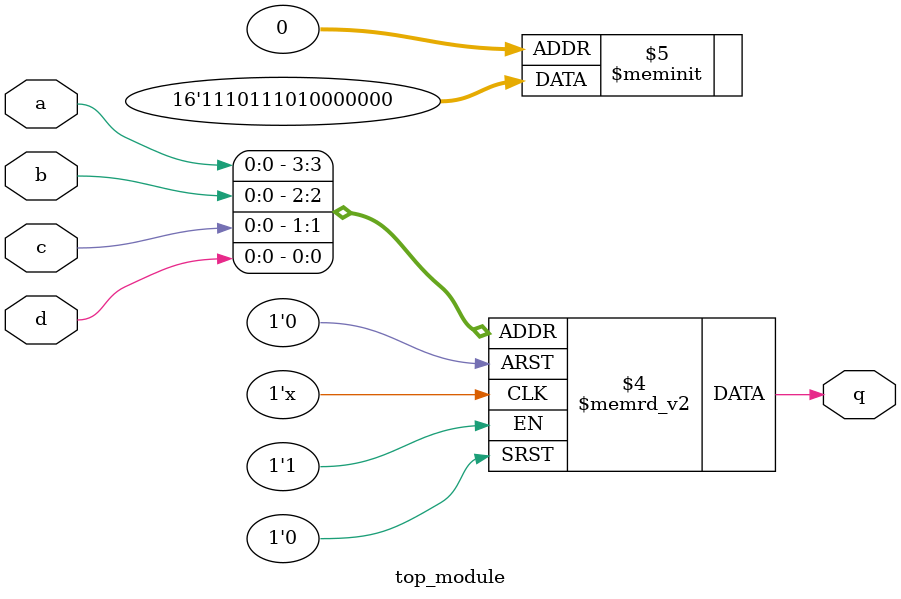
<source format=sv>
module top_module (
    input a, 
    input b, 
    input c, 
    input d,
    output q
);

always @(*) begin
    case ({a, b, c, d})
        4'b0000: q = 0;
        4'b0001: q = 0;
        4'b0010: q = 0;
        4'b0011: q = 0;
        4'b0100: q = 0;
        4'b0101: q = 0;
        4'b0110: q = 0;
        4'b0111: q = 1;
        4'b1000: q = 0;
        4'b1001: q = 1;
        4'b1010: q = 1;
        4'b1011: q = 1;
        4'b1100: q = 0;
        4'b1101: q = 1;
        4'b1110: q = 1;
        4'b1111: q = 1;
    endcase
end

endmodule

</source>
